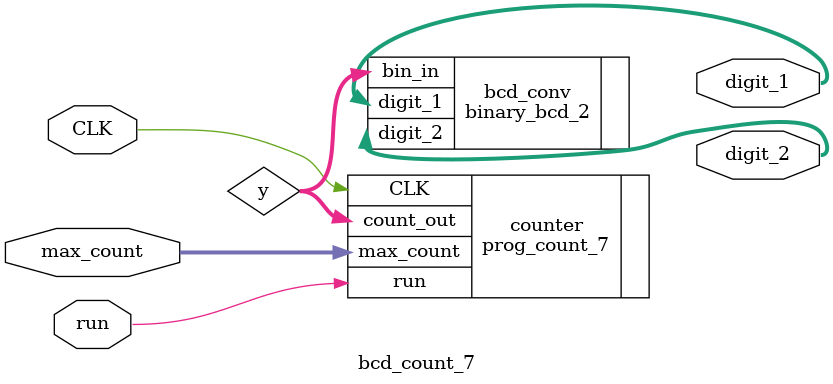
<source format=v>

module bcd_count_7(max_count, CLK, run, digit_1, digit_2);

  input [6:0] max_count;
  input CLK, run;
  output  [3:0] digit_1;
  output   [3:0] digit_2;
  wire [6:0] y;

  // TODO: Wires and registers for interconnect if needed

  // Programmable 7-bit counter module
  prog_count_7 counter(.max_count(max_count), 
			.run(run), 
			.CLK(CLK), 
			.count_out(y));




binary_bcd_2 bcd_conv(
						.bin_in(y),
						.digit_1(digit_1),
						.digit_2(digit_2)
						);
						
						
endmodule 
</source>
